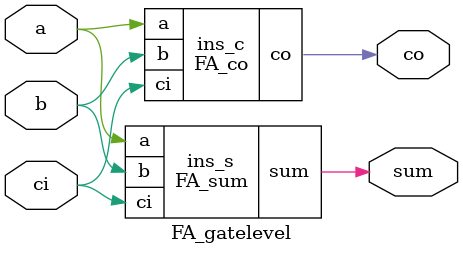
<source format=v>
module adder_gate(x, y, carry, out);
	input [7:0] x, y;
	output carry;
	output [7:0] out;
	wire w1,w2,w3,w4,w5,w6,w7;
/*Write your code here*/
	FA_gatelevel fa0(out[0],w1,x[0],y[0],1'b0);
	FA_gatelevel fa1(out[1],w2,x[1],y[1],w1);
	FA_gatelevel fa2(out[2],w3,x[2],y[2],w2);
	FA_gatelevel fa3(out[3],w4,x[3],y[3],w3);
	FA_gatelevel fa4(out[4],w5,x[4],y[4],w4);
	FA_gatelevel fa5(out[5],w6,x[5],y[5],w5);
	FA_gatelevel fa6(out[6],w7,x[6],y[6],w6);
	FA_gatelevel fa7(out[7],carry,x[7],y[7],w7);
/*End of code*/
endmodule


module FA_co (co,a,b,ci);
	input	a,b,ci;
	output  co;
	wire   	ab,bc,ca;

	and #1 g0(ab,a,b);
	and #1 g1(bc,b,ci);
	and #1 g2(ca,ci,a);
	or  #1 g3(co,ab,bc,ca);
endmodule

module FA_sum (sum,a,b,ci);
	input	a,b,ci;
	output	sum;

	xor  #1 g1(sum,a,b,ci);
endmodule

module FA_gatelevel (sum,co,a,b,ci);
	input	a,b,ci;
	output	sum,co;

	FA_co	 ins_c(co,a,b,ci);
	FA_sum	 ins_s(sum,a,b,ci);
endmodule

</source>
